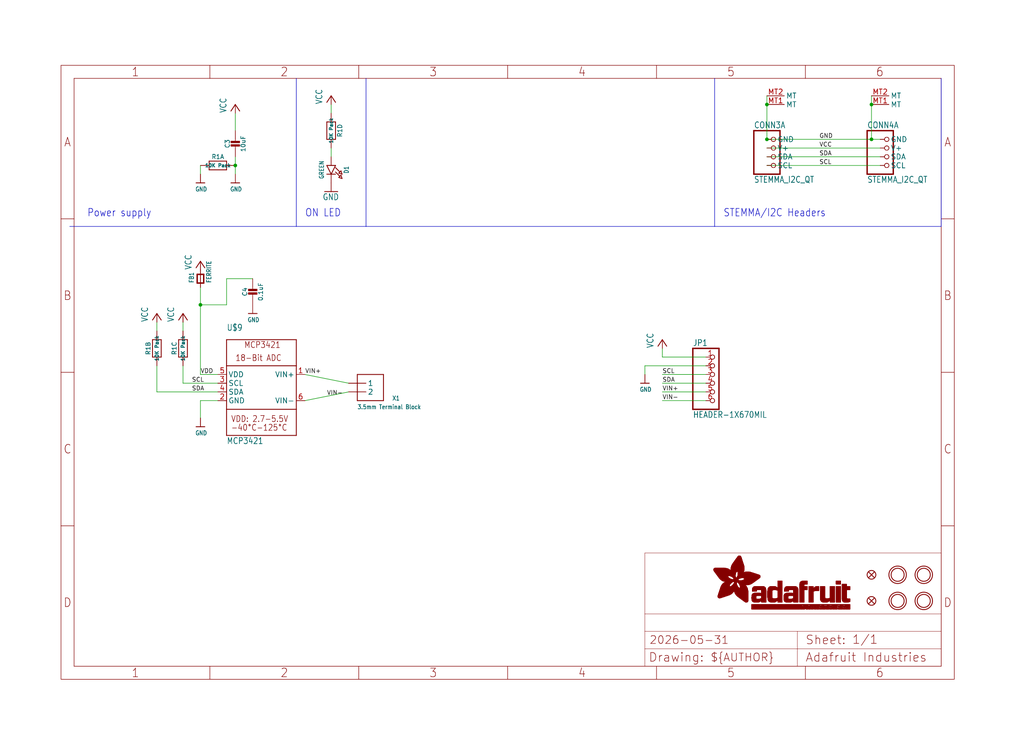
<source format=kicad_sch>
(kicad_sch (version 20250114) (generator "eeschema") (generator_version "9.0")
  (paper "User" 298.45 217.322)
  (lib_symbols
    (symbol "Adafruit MCP3421 ADC-eagle-import:CAP_CERAMIC0603_NO"
      (property "Reference" "C" (at -2.29 1.25 90))
      (symbol "CAP_CERAMIC0603_NO_1_0"
        (pin passive line (at 0 5.08 270) (length 2.54) (name "1") (number "1"))
        (pin passive line (at 0 -2.54 90) (length 2.54) (name "2") (number "2"))
      )
    )
    (symbol "Adafruit MCP3421 ADC-eagle-import:CAP_CERAMIC0805-NOOUTLINE"
      (property "Reference" "C" (at -2.29 1.25 90))
      (symbol "CAP_CERAMIC0805-NOOUTLINE_1_0"
        (pin passive line (at 0 5.08 270) (length 2.54) (name "1") (number "1"))
        (pin passive line (at 0 -2.54 90) (length 2.54) (name "2") (number "2"))
      )
    )
    (symbol "Adafruit MCP3421 ADC-eagle-import:FERRITE-0603NO"
      (property "Reference" "FB" (at -1.27 1.905 0))
      (symbol "FERRITE-0603NO_1_0"
        (pin passive line (at -2.54 0 0) (length 2.54) (name "P$1") (number "1"))
        (pin passive line (at 2.54 0 180) (length 2.54) (name "P$2") (number "2"))
      )
    )
    (symbol "Adafruit MCP3421 ADC-eagle-import:FIDUCIAL_1MM")
    (symbol "Adafruit MCP3421 ADC-eagle-import:FRAME_A4_ADAFRUIT"
      (symbol "FRAME_A4_ADAFRUIT_1_0"
        (text "A" (at 1.905 156.6863 0) (effects (font (size 2.54 2.286))))
        (text "B" (at 1.905 111.9188 0) (effects (font (size 2.54 2.286))))
        (text "C" (at 1.905 67.1513 0) (effects (font (size 2.54 2.286))))
        (text "D" (at 1.905 22.3838 0) (effects (font (size 2.54 2.286))))
        (text "1" (at 21.6958 177.165 0) (effects (font (size 2.54 2.286))))
        (text "1" (at 21.6958 1.905 0) (effects (font (size 2.54 2.286))))
        (text "2" (at 65.0875 177.165 0) (effects (font (size 2.54 2.286))))
        (text "2" (at 65.0875 1.905 0) (effects (font (size 2.54 2.286))))
        (text "3" (at 108.4792 177.165 0) (effects (font (size 2.54 2.286))))
        (text "3" (at 108.4792 1.905 0) (effects (font (size 2.54 2.286))))
        (text "4" (at 151.8708 177.165 0) (effects (font (size 2.54 2.286))))
        (text "4" (at 151.8708 1.905 0) (effects (font (size 2.54 2.286))))
        (text "Drawing:" (at 171.196 4.953 0) (effects (font (size 2.54 2.54)) (justify left bottom)))
        (text "${PROJECTNAME}" (at 171.45 15.24 0) (effects (font (size 2.54 2.54)) (justify left bottom)))
        (text "${CURRENT_DATE}" (at 171.45 10.16 0) (effects (font (size 2.286 2.286)) (justify left bottom)))
        (text "${AUTHOR}" (at 189.23 5.08 0) (effects (font (size 2.286 2.286)) (justify left bottom)))
        (text "5" (at 195.2625 177.165 0) (effects (font (size 2.54 2.286))))
        (text "5" (at 195.2625 1.905 0) (effects (font (size 2.54 2.286))))
        (text "Sheet:" (at 216.916 10.033 0) (effects (font (size 2.54 2.54)) (justify left bottom)))
        (text "Adafruit Industries" (at 216.916 4.953 0) (effects (font (size 2.54 2.54)) (justify left bottom)))
        (text "${#}/${##}" (at 230.505 10.16 0) (effects (font (size 2.54 2.54)) (justify left bottom)))
        (text "6" (at 238.6542 177.165 0) (effects (font (size 2.54 2.286))))
        (text "6" (at 238.6542 1.905 0) (effects (font (size 2.54 2.286))))
        (text "A" (at 258.445 156.6863 0) (effects (font (size 2.54 2.286))))
        (text "B" (at 258.445 111.9188 0) (effects (font (size 2.54 2.286))))
        (text "C" (at 258.445 67.1513 0) (effects (font (size 2.54 2.286))))
        (text "D" (at 258.445 22.3838 0) (effects (font (size 2.54 2.286))))
      )
    )
    (symbol "Adafruit MCP3421 ADC-eagle-import:GND" (power)
      (symbol "GND_1_0"
        (pin power_in line (at 0 2.54 270) (length 2.54) (name "GND") (number "1"))
      )
    )
    (symbol "Adafruit MCP3421 ADC-eagle-import:HEADER-1X670MIL"
      (property "Reference" "JP" (at -6.35 10.795 0))
      (symbol "HEADER-1X670MIL_1_0"
        (pin passive inverted (at -2.54 7.62 0) (length 2.54) (name "1") (number "1"))
        (pin passive inverted (at -2.54 5.08 0) (length 2.54) (name "2") (number "2"))
        (pin passive inverted (at -2.54 2.54 0) (length 2.54) (name "3") (number "3"))
        (pin passive inverted (at -2.54 0 0) (length 2.54) (name "4") (number "4"))
        (pin passive inverted (at -2.54 -2.54 0) (length 2.54) (name "5") (number "5"))
        (pin passive inverted (at -2.54 -5.08 0) (length 2.54) (name "6") (number "6"))
      )
    )
    (symbol "Adafruit MCP3421 ADC-eagle-import:LED0603_NOOUTLINE"
      (property "Reference" "D" (at -1.27 4.445 0))
      (symbol "LED0603_NOOUTLINE_1_0"
        (pin passive line (at -5.08 0 0) (length 2.54) (name "A") (number "A"))
        (pin passive line (at 2.54 0 180) (length 2.54) (name "C") (number "C"))
      )
    )
    (symbol "Adafruit MCP3421 ADC-eagle-import:MCP3421"
      (symbol "MCP3421_1_0"
        (text "VDD: 2.7-5.5V" (at -8.89 -11.43 0) (effects (font (size 1.778 1.5113)) (justify left bottom)))
        (text "-40°C-125°C" (at -8.89 -13.97 0) (effects (font (size 1.778 1.5113)) (justify left bottom)))
        (text "18-Bit ADC" (at -7.62 6.35 0) (effects (font (size 1.778 1.5113)) (justify left bottom)))
        (text "MCP3421" (at -5.08 10.16 0) (effects (font (size 1.778 1.5113)) (justify left bottom)))
        (pin power_in line (at -12.7 2.54 0) (length 2.54) (name "VDD") (number "5"))
        (pin bidirectional line (at -12.7 0 0) (length 2.54) (name "SCL") (number "3"))
        (pin bidirectional line (at -12.7 -2.54 0) (length 2.54) (name "SDA") (number "4"))
        (pin power_in line (at -12.7 -5.08 0) (length 2.54) (name "GND") (number "2"))
        (pin output line (at 12.7 2.54 180) (length 2.54) (name "VIN+") (number "1"))
        (pin input line (at 12.7 -5.08 180) (length 2.54) (name "VIN-") (number "6"))
      )
    )
    (symbol "Adafruit MCP3421 ADC-eagle-import:MOUNTINGHOLE2.5")
    (symbol "Adafruit MCP3421 ADC-eagle-import:RESISTOR_4PACK"
      (property "Reference" "R" (at 0 2.54 0))
      (symbol "RESISTOR_4PACK_1_0"
        (pin passive line (at -5.08 0 0) (length 2.54) (name "1") (number "1"))
        (pin passive line (at 5.08 0 180) (length 2.54) (name "2") (number "8"))
      )
      (symbol "RESISTOR_4PACK_2_0"
        (pin passive line (at -5.08 0 0) (length 2.54) (name "1") (number "2"))
        (pin passive line (at 5.08 0 180) (length 2.54) (name "2") (number "7"))
      )
      (symbol "RESISTOR_4PACK_3_0"
        (pin passive line (at -5.08 0 0) (length 2.54) (name "1") (number "3"))
        (pin passive line (at 5.08 0 180) (length 2.54) (name "2") (number "6"))
      )
      (symbol "RESISTOR_4PACK_4_0"
        (pin passive line (at -5.08 0 0) (length 2.54) (name "1") (number "4"))
        (pin passive line (at 5.08 0 180) (length 2.54) (name "2") (number "5"))
      )
    )
    (symbol "Adafruit MCP3421 ADC-eagle-import:STEMMA_I2C_QT"
      (symbol "STEMMA_I2C_QT_1_0"
        (pin passive inverted (at 0 5.08 0) (length 2.54) (name "GND") (number "1"))
        (pin passive inverted (at 0 2.54 0) (length 2.54) (name "V+") (number "2"))
        (pin passive inverted (at 0 0 0) (length 2.54) (name "SDA") (number "3"))
        (pin passive inverted (at 0 -2.54 0) (length 2.54) (name "SCL") (number "4"))
      )
      (symbol "STEMMA_I2C_QT_2_0"
        (pin bidirectional line (at 0 0 0) (length 5.08) (name "MT") (number "MT1"))
      )
      (symbol "STEMMA_I2C_QT_3_0"
        (pin bidirectional line (at 0 0 0) (length 5.08) (name "MT") (number "MT2"))
      )
    )
    (symbol "Adafruit MCP3421 ADC-eagle-import:TERMBLOCK_1X2_3.5MM"
      (property "Reference" "X" (at -2.54 7.62 0))
      (symbol "TERMBLOCK_1X2_3.5MM_1_0"
        (pin passive line (at -5.08 2.54 0) (length 5.08) (name "1") (number "1"))
        (pin passive line (at -5.08 0 0) (length 5.08) (name "2") (number "2"))
      )
    )
    (symbol "Adafruit MCP3421 ADC-eagle-import:VCC" (power)
      (symbol "VCC_1_0"
        (pin power_in line (at 0 -2.54 90) (length 2.54) (name "VCC") (number "1"))
      )
    )
    (symbol "Adafruit MCP3421 ADC-eagle-import:supply1_371_GND" (power)
      (symbol "supply1_371_GND_1_0"
        (pin power_in line (at 0 2.54 270) (length 2.54) (name "GND") (number "1"))
      )
    )
  )
  (text "ON LED" (at 88.9 63.5 0) (effects (font (size 2.1844 1.8567)) (justify left bottom)))
  (text "STEMMA/I2C Headers" (at 210.82 63.5 0) (effects (font (size 2.1844 1.8567)) (justify left bottom)))
  (text "Power supply" (at 25.4 63.5 0) (effects (font (size 2.1844 1.8567)) (justify left bottom)))
  (junction (at 58.42 88.9))
  (junction (at 68.58 48.26))
  (junction (at 223.52 30.48))
  (junction (at 223.52 40.64))
  (junction (at 254 30.48))
  (junction (at 254 40.64))
  (wire (pts (xy 256.54 45.72) (xy 223.52 45.72)) (stroke (width 0.1524)))
  (polyline (pts (xy 86.36 22.86) (xy 86.36 66.04)) (stroke (width 0.1524) (type solid)))
  (polyline (pts (xy 208.28 66.04) (xy 274.32 66.04)) (stroke (width 0.1524) (type solid)))
  (polyline (pts (xy 208.28 22.86) (xy 208.28 66.04)) (stroke (width 0.1524) (type solid)))
  (polyline (pts (xy 20.32 66.04) (xy 86.36 66.04)) (stroke (width 0.1524) (type solid)))
  (wire (pts (xy 193.04 104.14) (xy 193.04 101.6)) (stroke (width 0.1524)))
  (wire (pts (xy 205.74 109.22) (xy 193.04 109.22)) (stroke (width 0.1524)))
  (wire (pts (xy 205.74 106.68) (xy 187.96 106.68)) (stroke (width 0.1524)))
  (wire (pts (xy 63.5 109.22) (xy 58.42 109.22)) (stroke (width 0.1524)))
  (polyline (pts (xy 106.68 66.04) (xy 208.28 66.04)) (stroke (width 0.1524) (type solid)))
  (wire (pts (xy 205.74 104.14) (xy 193.04 104.14)) (stroke (width 0.1524)))
  (wire (pts (xy 205.74 114.3) (xy 193.04 114.3)) (stroke (width 0.1524)))
  (wire (pts (xy 68.58 33.02) (xy 68.58 38.1)) (stroke (width 0.1524)))
  (wire (pts (xy 58.42 88.9) (xy 66.04 88.9)) (stroke (width 0.1524)))
  (wire (pts (xy 205.74 111.76) (xy 193.04 111.76)) (stroke (width 0.1524)))
  (wire (pts (xy 254 40.64) (xy 223.52 40.64)) (stroke (width 0.1524)))
  (wire (pts (xy 45.72 114.3) (xy 45.72 106.68)) (stroke (width 0.1524)))
  (wire (pts (xy 58.42 88.9) (xy 58.42 83.82)) (stroke (width 0.1524)))
  (wire (pts (xy 254 27.94) (xy 254 30.48)) (stroke (width 0.1524)))
  (wire (pts (xy 58.42 109.22) (xy 58.42 88.9)) (stroke (width 0.1524)))
  (wire (pts (xy 68.58 45.72) (xy 68.58 48.26)) (stroke (width 0.1524)))
  (polyline (pts (xy 106.68 22.86) (xy 106.68 66.04)) (stroke (width 0.1524) (type solid)))
  (wire (pts (xy 63.5 111.76) (xy 53.34 111.76)) (stroke (width 0.1524)))
  (wire (pts (xy 223.52 30.48) (xy 223.52 40.64)) (stroke (width 0.1524)))
  (wire (pts (xy 53.34 111.76) (xy 53.34 106.68)) (stroke (width 0.1524)))
  (wire (pts (xy 96.52 45.72) (xy 96.52 43.18)) (stroke (width 0.1524)))
  (wire (pts (xy 53.34 96.52) (xy 53.34 93.98)) (stroke (width 0.1524)))
  (wire (pts (xy 58.42 116.84) (xy 58.42 121.92)) (stroke (width 0.1524)))
  (wire (pts (xy 45.72 96.52) (xy 45.72 93.98)) (stroke (width 0.1524)))
  (polyline (pts (xy 86.36 66.04) (xy 106.68 66.04)) (stroke (width 0.1524) (type solid)))
  (wire (pts (xy 256.54 40.64) (xy 254 40.64)) (stroke (width 0.1524)))
  (wire (pts (xy 68.58 48.26) (xy 68.58 50.8)) (stroke (width 0.1524)))
  (wire (pts (xy 187.96 106.68) (xy 187.96 109.22)) (stroke (width 0.1524)))
  (wire (pts (xy 66.04 88.9) (xy 66.04 81.28)) (stroke (width 0.1524)))
  (wire (pts (xy 63.5 116.84) (xy 58.42 116.84)) (stroke (width 0.1524)))
  (wire (pts (xy 58.42 50.8) (xy 58.42 48.26)) (stroke (width 0.1524)))
  (polyline (pts (xy 274.32 22.86) (xy 274.32 66.04)) (stroke (width 0.1524) (type solid)))
  (wire (pts (xy 223.52 48.26) (xy 256.54 48.26)) (stroke (width 0.1524)))
  (wire (pts (xy 88.9 116.84) (xy 101.6 114.3)) (stroke (width 0.1524)))
  (wire (pts (xy 88.9 109.22) (xy 101.6 111.76)) (stroke (width 0.1524)))
  (wire (pts (xy 205.74 116.84) (xy 193.04 116.84)) (stroke (width 0.1524)))
  (wire (pts (xy 96.52 30.48) (xy 96.52 33.02)) (stroke (width 0.1524)))
  (wire (pts (xy 223.52 43.18) (xy 256.54 43.18)) (stroke (width 0.1524)))
  (wire (pts (xy 63.5 114.3) (xy 45.72 114.3)) (stroke (width 0.1524)))
  (wire (pts (xy 66.04 81.28) (xy 73.66 81.28)) (stroke (width 0.1524)))
  (wire (pts (xy 223.52 27.94) (xy 223.52 30.48)) (stroke (width 0.1524)))
  (wire (pts (xy 254 30.48) (xy 254 40.64)) (stroke (width 0.1524)))
  (label "VDD" (at 58.42 109.22 0) (effects (font (size 1.2446 1.2446))))
  (label "SCL" (at 193.04 109.22 0) (effects (font (size 1.2446 1.2446))))
  (label "VIN+" (at 193.04 114.3 0) (effects (font (size 1.2446 1.2446))))
  (label "SDA" (at 55.88 114.3 0) (effects (font (size 1.2446 1.2446))))
  (label "SDA" (at 238.76 45.72 0) (effects (font (size 1.2446 1.2446))))
  (label "GND" (at 238.76 40.64 0) (effects (font (size 1.2446 1.2446))))
  (label "VIN+" (at 88.9 109.22 0) (effects (font (size 1.2446 1.2446))))
  (label "SCL" (at 238.76 48.26 0) (effects (font (size 1.2446 1.2446))))
  (label "SDA" (at 193.04 111.76 0) (effects (font (size 1.2446 1.2446))))
  (label "SCL" (at 55.88 111.76 0) (effects (font (size 1.2446 1.2446))))
  (label "VIN-" (at 95.25 115.57 0) (effects (font (size 1.2446 1.2446))))
  (label "VCC" (at 238.76 43.18 0) (effects (font (size 1.2446 1.2446))))
  (label "VIN-" (at 193.04 116.84 0) (effects (font (size 1.2446 1.2446))))
  (symbol (lib_id "Adafruit MCP3421 ADC-eagle-import:MOUNTINGHOLE2.5") (at 269.24 167.64 0) (unit 1)
    (property "Reference" "U$25" (effects (hide yes)))
    (property "Value" "MOUNTINGHOLE2.5" (effects (hide yes)))
    (property "Footprint" "Adafruit MCP3421 ADC:MOUNTINGHOLE_2.5_PLATED" (effects (hide yes)))
  )
  (symbol (lib_id "Adafruit MCP3421 ADC-eagle-import:LED0603_NOOUTLINE") (at 96.52 50.8 270) (unit 1)
    (property "Reference" "D1" (at 100.965 49.53 0) (effects (font (size 1.27 1.0795))))
    (property "Value" "GREEN" (at 93.726 49.53 0) (effects (font (size 1.27 1.0795))))
    (property "Footprint" "Adafruit MCP3421 ADC:CHIPLED_0603_NOOUTLINE" (effects (hide yes)))
  )
  (symbol (lib_id "Adafruit MCP3421 ADC-eagle-import:GND") (at 73.66 91.44 0) (unit 1)
    (property "Reference" "#U$14" (effects (hide yes)))
    (property "Value" "GND" (at 72.136 93.98 0) (effects (font (size 1.27 1.0795)) (justify left bottom)))
  )
  (symbol (lib_id "Adafruit MCP3421 ADC-eagle-import:VCC") (at 53.34 91.44 0) (unit 1)
    (property "Reference" "#P+7" (effects (hide yes)))
    (property "Value" "VCC" (at 50.8 93.98 90) (effects (font (size 1.778 1.5113)) (justify left bottom)))
  )
  (symbol (lib_id "Adafruit MCP3421 ADC-eagle-import:TERMBLOCK_1X2_3.5MM") (at 106.68 114.3 0) (unit 1)
    (property "Reference" "X1" (at 114.3 116.84 0) (effects (font (size 1.27 1.0795)) (justify left bottom)))
    (property "Value" "3.5mm Terminal Block" (at 104.14 119.38 0) (effects (font (size 1.27 1.0795)) (justify left bottom)))
    (property "Footprint" "Adafruit MCP3421 ADC:TERMBLOCK_1X2-3.5MM" (effects (hide yes)))
  )
  (symbol (lib_id "Adafruit MCP3421 ADC-eagle-import:RESISTOR_4PACK") (at 63.5 48.26 0) (unit 1)
    (property "Reference" "R1" (at 63.5 45.72 0))
    (property "Value" "10K Pack" (at 63.5 48.26 0) (effects (font (size 1.016 1.016) (thickness 0.2032) (bold yes))))
    (property "Footprint" "Adafruit MCP3421 ADC:RESPACK_4X0603" (effects (hide yes)))
  )
  (symbol (lib_id "Adafruit MCP3421 ADC-eagle-import:STEMMA_I2C_QT") (at 254 30.48 0) (unit 2)
    (property "Reference" "CONN4" (effects (hide yes)))
    (property "Value" "STEMMA_I2C_QT" (effects (hide yes)))
    (property "Footprint" "Adafruit MCP3421 ADC:JST_SH4" (effects (hide yes)))
  )
  (symbol (lib_id "Adafruit MCP3421 ADC-eagle-import:STEMMA_I2C_QT") (at 223.52 30.48 0) (unit 2)
    (property "Reference" "CONN3" (effects (hide yes)))
    (property "Value" "STEMMA_I2C_QT" (effects (hide yes)))
    (property "Footprint" "Adafruit MCP3421 ADC:JST_SH4" (effects (hide yes)))
  )
  (symbol (lib_id "Adafruit MCP3421 ADC-eagle-import:STEMMA_I2C_QT") (at 256.54 45.72 0) (unit 1)
    (property "Reference" "CONN4" (at 252.73 37.465 0) (effects (font (size 1.778 1.5113)) (justify left bottom)))
    (property "Value" "STEMMA_I2C_QT" (at 252.73 53.34 0) (effects (font (size 1.778 1.5113)) (justify left bottom)))
    (property "Footprint" "Adafruit MCP3421 ADC:JST_SH4" (effects (hide yes)))
  )
  (symbol (lib_id "Adafruit MCP3421 ADC-eagle-import:FIDUCIAL_1MM") (at 254 175.26 0) (unit 1)
    (property "Reference" "FID3" (effects (hide yes)))
    (property "Value" "FIDUCIAL_1MM" (effects (hide yes)))
    (property "Footprint" "Adafruit MCP3421 ADC:FIDUCIAL_1MM" (effects (hide yes)))
  )
  (symbol (lib_id "Adafruit MCP3421 ADC-eagle-import:GND") (at 58.42 53.34 0) (unit 1)
    (property "Reference" "#U$3" (effects (hide yes)))
    (property "Value" "GND" (at 56.896 55.88 0) (effects (font (size 1.27 1.0795)) (justify left bottom)))
  )
  (symbol (lib_id "Adafruit MCP3421 ADC-eagle-import:VCC") (at 45.72 91.44 0) (unit 1)
    (property "Reference" "#P+6" (effects (hide yes)))
    (property "Value" "VCC" (at 43.18 93.98 90) (effects (font (size 1.778 1.5113)) (justify left bottom)))
  )
  (symbol (lib_id "Adafruit MCP3421 ADC-eagle-import:FRAME_A4_ADAFRUIT") (at 17.78 198.12 0) (unit 1)
    (property "Reference" "#U$22" (effects (hide yes)))
    (property "Value" "FRAME_A4_ADAFRUIT" (effects (hide yes)))
  )
  (symbol (lib_id "Adafruit MCP3421 ADC-eagle-import:STEMMA_I2C_QT") (at 223.52 45.72 0) (unit 1)
    (property "Reference" "CONN3" (at 219.71 37.465 0) (effects (font (size 1.778 1.5113)) (justify left bottom)))
    (property "Value" "STEMMA_I2C_QT" (at 219.71 53.34 0) (effects (font (size 1.778 1.5113)) (justify left bottom)))
    (property "Footprint" "Adafruit MCP3421 ADC:JST_SH4" (effects (hide yes)))
  )
  (symbol (lib_id "Adafruit MCP3421 ADC-eagle-import:GND") (at 187.96 111.76 0) (unit 1)
    (property "Reference" "#U$10" (effects (hide yes)))
    (property "Value" "GND" (at 186.436 114.3 0) (effects (font (size 1.27 1.0795)) (justify left bottom)))
  )
  (symbol (lib_id "Adafruit MCP3421 ADC-eagle-import:GND") (at 58.42 124.46 0) (unit 1)
    (property "Reference" "#U$1" (effects (hide yes)))
    (property "Value" "GND" (at 56.896 127 0) (effects (font (size 1.27 1.0795)) (justify left bottom)))
  )
  (symbol (lib_id "Adafruit MCP3421 ADC-eagle-import:RESISTOR_4PACK") (at 96.52 38.1 270) (unit 4)
    (property "Reference" "R1" (at 99.06 38.1 0))
    (property "Value" "10K Pack" (at 96.52 38.1 0) (effects (font (size 1.016 1.016) (thickness 0.2032) (bold yes))))
    (property "Footprint" "Adafruit MCP3421 ADC:RESPACK_4X0603" (effects (hide yes)))
  )
  (symbol (lib_id "Adafruit MCP3421 ADC-eagle-import:CAP_CERAMIC0805-NOOUTLINE") (at 68.58 43.18 0) (unit 1)
    (property "Reference" "C3" (at 66.29 41.93 90))
    (property "Value" "10uF" (at 70.88 41.93 90))
    (property "Footprint" "Adafruit MCP3421 ADC:0805-NO" (effects (hide yes)))
  )
  (symbol (lib_id "Adafruit MCP3421 ADC-eagle-import:VCC") (at 58.42 76.2 0) (unit 1)
    (property "Reference" "#P+4" (effects (hide yes)))
    (property "Value" "VCC" (at 55.88 78.74 90) (effects (font (size 1.778 1.5113)) (justify left bottom)))
  )
  (symbol (lib_id "Adafruit MCP3421 ADC-eagle-import:RESISTOR_4PACK") (at 45.72 101.6 90) (unit 2)
    (property "Reference" "R1" (at 43.18 101.6 0))
    (property "Value" "10K Pack" (at 45.72 101.6 0) (effects (font (size 1.016 1.016) (thickness 0.2032) (bold yes))))
    (property "Footprint" "Adafruit MCP3421 ADC:RESPACK_4X0603" (effects (hide yes)))
  )
  (symbol (lib_id "Adafruit MCP3421 ADC-eagle-import:GND") (at 68.58 53.34 0) (unit 1)
    (property "Reference" "#U$12" (effects (hide yes)))
    (property "Value" "GND" (at 67.056 55.88 0) (effects (font (size 1.27 1.0795)) (justify left bottom)))
  )
  (symbol (lib_id "Adafruit MCP3421 ADC-eagle-import:FERRITE-0603NO") (at 58.42 81.28 90) (unit 1)
    (property "Reference" "FB1" (at 56.515 82.55 0) (effects (font (size 1.27 1.0795)) (justify left bottom)))
    (property "Value" "FERRITE" (at 61.595 82.55 0) (effects (font (size 1.27 1.0795)) (justify left bottom)))
    (property "Footprint" "Adafruit MCP3421 ADC:0603-NO" (effects (hide yes)))
  )
  (symbol (lib_id "Adafruit MCP3421 ADC-eagle-import:MOUNTINGHOLE2.5") (at 261.62 167.64 0) (unit 1)
    (property "Reference" "U$21" (effects (hide yes)))
    (property "Value" "MOUNTINGHOLE2.5" (effects (hide yes)))
    (property "Footprint" "Adafruit MCP3421 ADC:MOUNTINGHOLE_2.5_PLATED" (effects (hide yes)))
  )
  (symbol (lib_id "Adafruit MCP3421 ADC-eagle-import:RESISTOR_4PACK") (at 53.34 101.6 90) (unit 3)
    (property "Reference" "R1" (at 50.8 101.6 0))
    (property "Value" "10K Pack" (at 53.34 101.6 0) (effects (font (size 1.016 1.016) (thickness 0.2032) (bold yes))))
    (property "Footprint" "Adafruit MCP3421 ADC:RESPACK_4X0603" (effects (hide yes)))
  )
  (symbol (lib_id "Adafruit MCP3421 ADC-eagle-import:MOUNTINGHOLE2.5") (at 269.24 175.26 0) (unit 1)
    (property "Reference" "U$27" (effects (hide yes)))
    (property "Value" "MOUNTINGHOLE2.5" (effects (hide yes)))
    (property "Footprint" "Adafruit MCP3421 ADC:MOUNTINGHOLE_2.5_PLATED" (effects (hide yes)))
  )
  (symbol (lib_id "Adafruit MCP3421 ADC-eagle-import:CAP_CERAMIC0603_NO") (at 73.66 86.36 0) (unit 1)
    (property "Reference" "C4" (at 71.37 85.11 90))
    (property "Value" "0.1uF" (at 75.96 85.11 90))
    (property "Footprint" "Adafruit MCP3421 ADC:0603-NO" (effects (hide yes)))
  )
  (symbol (lib_id "Adafruit MCP3421 ADC-eagle-import:MCP3421") (at 76.2 111.76 0) (unit 1)
    (property "Reference" "U$9" (at 66.04 96.52 0) (effects (font (size 1.778 1.5113)) (justify left bottom)))
    (property "Value" "MCP3421" (at 66.04 129.54 0) (effects (font (size 1.778 1.5113)) (justify left bottom)))
    (property "Footprint" "Adafruit MCP3421 ADC:SOT23-6" (effects (hide yes)))
  )
  (symbol (lib_id "Adafruit MCP3421 ADC-eagle-import:VCC") (at 193.04 99.06 0) (unit 1)
    (property "Reference" "#P+5" (effects (hide yes)))
    (property "Value" "VCC" (at 190.5 101.6 90) (effects (font (size 1.778 1.5113)) (justify left bottom)))
  )
  (symbol (lib_id "Adafruit MCP3421 ADC-eagle-import:VCC") (at 96.52 27.94 0) (unit 1)
    (property "Reference" "#P+3" (effects (hide yes)))
    (property "Value" "VCC" (at 93.98 30.48 90) (effects (font (size 1.778 1.5113)) (justify left bottom)))
  )
  (symbol (lib_id "Adafruit MCP3421 ADC-eagle-import:supply1_371_GND") (at 96.52 55.88 0) (unit 1)
    (property "Reference" "#GND6" (effects (hide yes)))
    (property "Value" "GND" (at 93.98 58.42 0) (effects (font (size 1.778 1.5113)) (justify left bottom)))
  )
  (symbol (lib_id "Adafruit MCP3421 ADC-eagle-import:VCC") (at 68.58 30.48 0) (unit 1)
    (property "Reference" "#P+1" (effects (hide yes)))
    (property "Value" "VCC" (at 66.04 33.02 90) (effects (font (size 1.778 1.5113)) (justify left bottom)))
  )
  (symbol (lib_id "Adafruit MCP3421 ADC-eagle-import:HEADER-1X670MIL") (at 208.28 111.76 0) (unit 1)
    (property "Reference" "JP1" (at 201.93 100.965 0) (effects (font (size 1.778 1.5113)) (justify left bottom)))
    (property "Value" "HEADER-1X670MIL" (at 201.93 121.92 0) (effects (font (size 1.778 1.5113)) (justify left bottom)))
    (property "Footprint" "Adafruit MCP3421 ADC:1X06_ROUND_70" (effects (hide yes)))
  )
  (symbol (lib_id "Adafruit MCP3421 ADC-eagle-import:STEMMA_I2C_QT") (at 223.52 27.94 0) (unit 3)
    (property "Reference" "CONN3" (effects (hide yes)))
    (property "Value" "STEMMA_I2C_QT" (effects (hide yes)))
    (property "Footprint" "Adafruit MCP3421 ADC:JST_SH4" (effects (hide yes)))
  )
  (symbol (lib_id "Adafruit MCP3421 ADC-eagle-import:FIDUCIAL_1MM") (at 254 167.64 0) (unit 1)
    (property "Reference" "FID4" (effects (hide yes)))
    (property "Value" "FIDUCIAL_1MM" (effects (hide yes)))
    (property "Footprint" "Adafruit MCP3421 ADC:FIDUCIAL_1MM" (effects (hide yes)))
  )
  (symbol (lib_id "Adafruit MCP3421 ADC-eagle-import:MOUNTINGHOLE2.5") (at 261.62 175.26 0) (unit 1)
    (property "Reference" "U$20" (effects (hide yes)))
    (property "Value" "MOUNTINGHOLE2.5" (effects (hide yes)))
    (property "Footprint" "Adafruit MCP3421 ADC:MOUNTINGHOLE_2.5_PLATED" (effects (hide yes)))
  )
  (symbol (lib_id "Adafruit MCP3421 ADC-eagle-import:STEMMA_I2C_QT") (at 254 27.94 0) (unit 3)
    (property "Reference" "CONN4" (effects (hide yes)))
    (property "Value" "STEMMA_I2C_QT" (effects (hide yes)))
    (property "Footprint" "Adafruit MCP3421 ADC:JST_SH4" (effects (hide yes)))
  )
)
</source>
